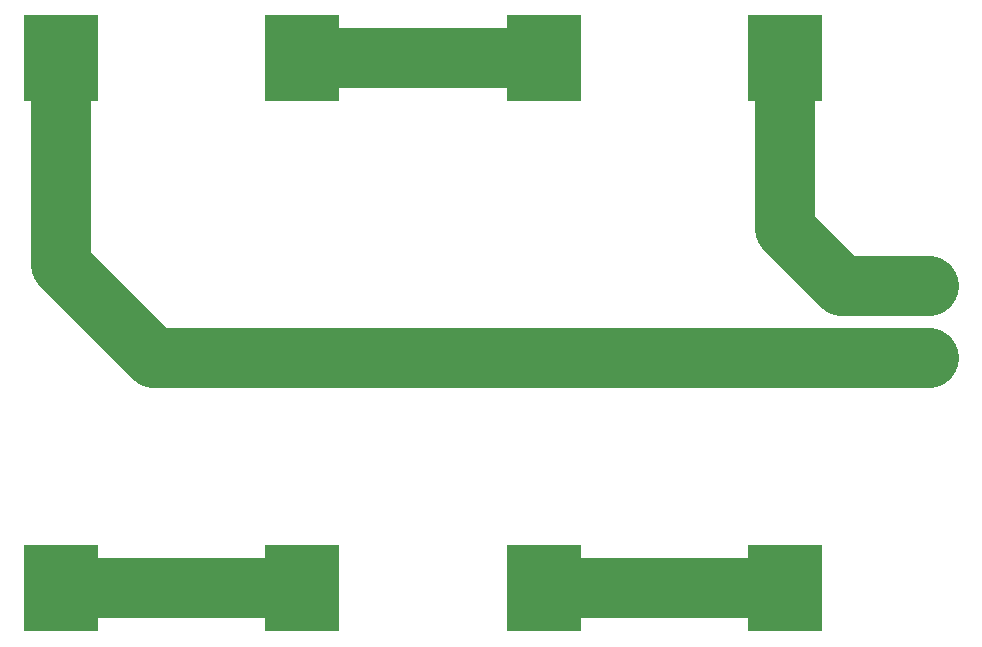
<source format=gbr>
G04 #@! TF.GenerationSoftware,KiCad,Pcbnew,(5.1.7)-1*
G04 #@! TF.CreationDate,2021-11-03T15:22:26-05:00*
G04 #@! TF.ProjectId,battery_pack,62617474-6572-4795-9f70-61636b2e6b69,1.0*
G04 #@! TF.SameCoordinates,Original*
G04 #@! TF.FileFunction,Copper,L1,Top*
G04 #@! TF.FilePolarity,Positive*
%FSLAX46Y46*%
G04 Gerber Fmt 4.6, Leading zero omitted, Abs format (unit mm)*
G04 Created by KiCad (PCBNEW (5.1.7)-1) date 2021-11-03 15:22:26*
%MOMM*%
%LPD*%
G01*
G04 APERTURE LIST*
G04 #@! TA.AperFunction,SMDPad,CuDef*
%ADD10R,6.350000X7.340600*%
G04 #@! TD*
G04 #@! TA.AperFunction,ComponentPad*
%ADD11C,2.100000*%
G04 #@! TD*
G04 #@! TA.AperFunction,Conductor*
%ADD12C,5.080000*%
G04 #@! TD*
G04 APERTURE END LIST*
D10*
X116459000Y-120738900D03*
X116459000Y-75857100D03*
D11*
X189953000Y-100262000D03*
G04 #@! TA.AperFunction,ComponentPad*
G36*
G01*
X190753100Y-97276000D02*
X189152900Y-97276000D01*
G75*
G02*
X188903000Y-97026100I0J249900D01*
G01*
X188903000Y-95425900D01*
G75*
G02*
X189152900Y-95176000I249900J0D01*
G01*
X190753100Y-95176000D01*
G75*
G02*
X191003000Y-95425900I0J-249900D01*
G01*
X191003000Y-97026100D01*
G75*
G02*
X190753100Y-97276000I-249900J0D01*
G01*
G37*
G04 #@! TD.AperFunction*
D10*
X136906000Y-120738900D03*
X136906000Y-75857100D03*
X157353000Y-75857100D03*
X157353000Y-120738900D03*
X177800000Y-120738900D03*
X177800000Y-75857100D03*
D12*
X177800000Y-120738900D02*
X157353000Y-120738900D01*
X177800000Y-90297000D02*
X182626000Y-95123000D01*
X177800000Y-75857100D02*
X177800000Y-90297000D01*
X182626000Y-95123000D02*
X189953000Y-95123000D01*
X136918701Y-75844399D02*
X136906000Y-75857100D01*
X157340299Y-75844399D02*
X136918701Y-75844399D01*
X157353000Y-75857100D02*
X157340299Y-75844399D01*
X136906000Y-120738900D02*
X116459000Y-120738900D01*
X116459000Y-93345000D02*
X124333000Y-101219000D01*
X116459000Y-75857100D02*
X116459000Y-93345000D01*
X124333000Y-101219000D02*
X189953000Y-101219000D01*
M02*

</source>
